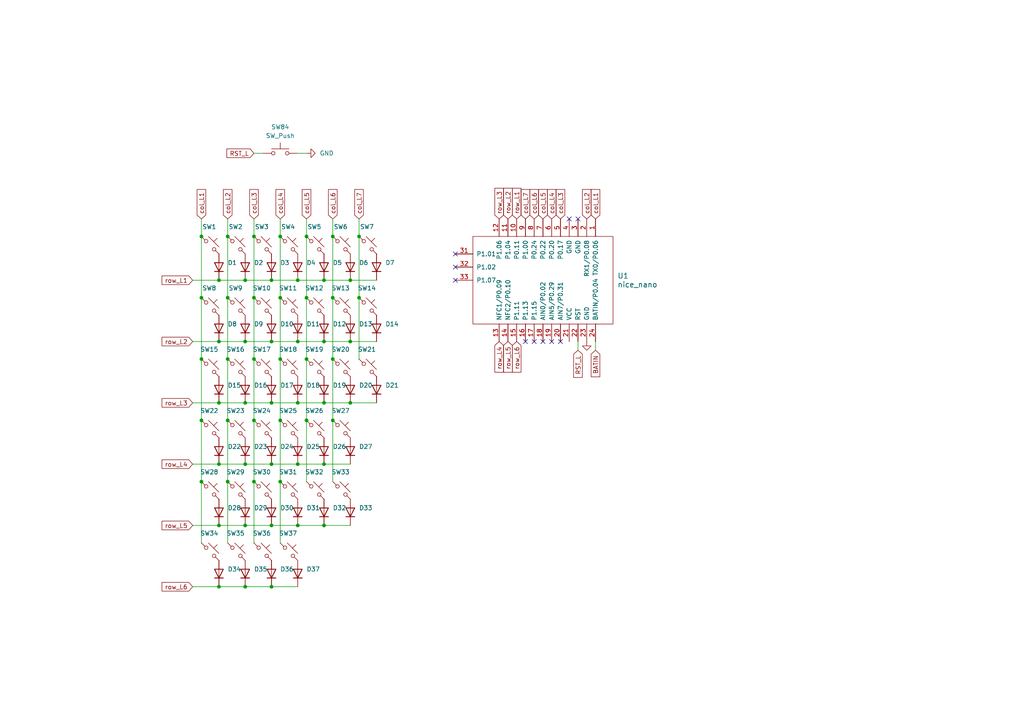
<source format=kicad_sch>
(kicad_sch (version 20250114) (generator "eeschema") (generator_version "9.0")
  (paper "A4")
  (lib_symbols
    (symbol "Diode:1N4148" (pin_numbers (hide yes)) (pin_names (hide yes))
      (property "Reference" "D" (at 0 2.54 0))
      (property "Value" "1N4148" (at 0 -2.54 0))
      (symbol "1N4148_0_1"
        (polyline (pts (xy -1.27 1.27) (xy -1.27 -1.27)) (stroke (width 0.254)))
        (polyline (pts (xy 1.27 1.27) (xy 1.27 -1.27) (xy -1.27 0) (xy 1.27 1.27)) (stroke (width 0.254)))
        (polyline (pts (xy 1.27 0) (xy -1.27 0)))
      )
      (symbol "1N4148_1_1"
        (pin passive line (at -3.81 0 0) (length 2.54) (name "K") (number "1"))
        (pin passive line (at 3.81 0 180) (length 2.54) (name "A") (number "2"))
      )
    )
    (symbol "Switch:SW_Push" (pin_numbers (hide yes)) (pin_names (offset 1.016) (hide yes))
      (property "Reference" "SW" (at 1.27 2.54 0))
      (property "Value" "SW_Push" (at 0 -1.524 0))
      (symbol "SW_Push_0_1"
        (circle (center -2.032 0) (radius 0.508))
        (polyline (pts (xy 0 1.27) (xy 0 3.048)))
        (circle (center 2.032 0) (radius 0.508))
        (polyline (pts (xy 2.54 1.27) (xy -2.54 1.27)))
        (pin passive line (at -5.08 0 0) (length 2.54) (name "1") (number "1"))
        (pin passive line (at 5.08 0 180) (length 2.54) (name "2") (number "2"))
      )
    )
    (symbol "Switch:SW_Push_45deg" (pin_numbers (hide yes)) (pin_names (offset 1.016) (hide yes))
      (property "Reference" "SW" (at 3.048 1.016 0))
      (property "Value" "SW_Push_45deg" (at 0 -3.81 0))
      (symbol "SW_Push_45deg_0_1"
        (polyline (pts (xy -2.54 2.54) (xy -1.524 1.524) (xy -1.524 1.524)))
        (circle (center -1.1684 1.1684) (radius 0.508))
        (polyline (pts (xy -0.508 2.54) (xy 2.54 -0.508)))
        (polyline (pts (xy 1.016 1.016) (xy 2.032 2.032)))
        (circle (center 1.143 -1.1938) (radius 0.508))
        (polyline (pts (xy 1.524 -1.524) (xy 2.54 -2.54) (xy 2.54 -2.54) (xy 2.54 -2.54)))
        (pin passive line (at -2.54 2.54 0) (length 0) (name "1") (number "1"))
        (pin passive line (at 2.54 -2.54 180) (length 0) (name "2") (number "2"))
      )
    )
    (symbol "nicenano:nice_nano" (pin_names (offset 1.016))
      (property "Reference" "U" (at 0 0 0))
      (property "Value" "nice_nano" (at 0 2.54 0))
      (symbol "nice_nano_0_1"
        (rectangle (start -12.7 -21.59) (end 12.7 19.05))
      )
      (symbol "nice_nano_1_1"
        (pin input line (at -17.78 13.97 0) (length 5.08) (name "TX0/P0.06") (number "1"))
        (pin input line (at -17.78 11.43 0) (length 5.08) (name "RX1/P0.08") (number "2"))
        (pin input line (at -17.78 8.89 0) (length 5.08) (name "GND") (number "3"))
        (pin input line (at -17.78 6.35 0) (length 5.08) (name "GND") (number "4"))
        (pin input line (at -17.78 3.81 0) (length 5.08) (name "P0.17") (number "5"))
        (pin input line (at -17.78 1.27 0) (length 5.08) (name "P0.20") (number "6"))
        (pin input line (at -17.78 -1.27 0) (length 5.08) (name "P0.22") (number "7"))
        (pin input line (at -17.78 -3.81 0) (length 5.08) (name "P0.24") (number "8"))
        (pin input line (at -17.78 -6.35 0) (length 5.08) (name "P1.00") (number "9"))
        (pin input line (at -17.78 -8.89 0) (length 5.08) (name "P0.11") (number "10"))
        (pin input line (at -17.78 -11.43 0) (length 5.08) (name "P1.04") (number "11"))
        (pin input line (at -17.78 -13.97 0) (length 5.08) (name "P1.06") (number "12"))
        (pin input line (at -7.62 -26.67 90) (length 5.08) (name "P1.01") (number "31"))
        (pin input line (at -3.81 -26.67 90) (length 5.08) (name "P1.02") (number "32"))
        (pin input line (at 0 -26.67 90) (length 5.08) (name "P1.07") (number "33"))
        (pin input line (at 17.78 13.97 180) (length 5.08) (name "BATIN/P0.04") (number "24"))
        (pin input line (at 17.78 11.43 180) (length 5.08) (name "GND") (number "23"))
        (pin input line (at 17.78 8.89 180) (length 5.08) (name "RST") (number "22"))
        (pin input line (at 17.78 6.35 180) (length 5.08) (name "VCC") (number "21"))
        (pin input line (at 17.78 3.81 180) (length 5.08) (name "AIN7/P0.31") (number "20"))
        (pin input line (at 17.78 1.27 180) (length 5.08) (name "AIN5/P0.29") (number "19"))
        (pin input line (at 17.78 -1.27 180) (length 5.08) (name "AIN0/P0.02") (number "18"))
        (pin input line (at 17.78 -3.81 180) (length 5.08) (name "P1.15") (number "17"))
        (pin input line (at 17.78 -6.35 180) (length 5.08) (name "P1.13") (number "16"))
        (pin input line (at 17.78 -8.89 180) (length 5.08) (name "P1.11") (number "15"))
        (pin input line (at 17.78 -11.43 180) (length 5.08) (name "NFC2/P0.10") (number "14"))
        (pin input line (at 17.78 -13.97 180) (length 5.08) (name "NFC1/P0.09") (number "13"))
      )
    )
    (symbol "power:GND" (power) (pin_numbers (hide yes)) (pin_names (offset 0) (hide yes))
      (property "Value" "GND" (at 0 -3.81 0))
      (symbol "GND_0_1"
        (polyline (pts (xy 0 0) (xy 0 -1.27) (xy 1.27 -1.27) (xy 0 -2.54) (xy -1.27 -1.27) (xy 0 -1.27)))
      )
      (symbol "GND_1_1"
        (pin power_in line (at 0 0 270) (length 0) (name "~") (number "1"))
      )
    )
  )
  (junction (at 78.74 116.84))
  (junction (at 81.28 139.7))
  (junction (at 73.66 68.58))
  (junction (at 71.12 152.4))
  (junction (at 73.66 121.92))
  (junction (at 104.14 86.36))
  (junction (at 101.6 99.06))
  (junction (at 63.5 99.06))
  (junction (at 96.52 104.14))
  (junction (at 58.42 86.36))
  (junction (at 73.66 139.7))
  (junction (at 86.36 99.06))
  (junction (at 78.74 99.06))
  (junction (at 73.66 86.36))
  (junction (at 81.28 104.14))
  (junction (at 88.9 86.36))
  (junction (at 86.36 134.62))
  (junction (at 96.52 121.92))
  (junction (at 58.42 104.14))
  (junction (at 58.42 121.92))
  (junction (at 66.04 104.14))
  (junction (at 58.42 139.7))
  (junction (at 58.42 68.58))
  (junction (at 86.36 116.84))
  (junction (at 63.5 152.4))
  (junction (at 66.04 121.92))
  (junction (at 86.36 81.28))
  (junction (at 101.6 116.84))
  (junction (at 81.28 86.36))
  (junction (at 93.98 134.62))
  (junction (at 66.04 139.7))
  (junction (at 104.14 68.58))
  (junction (at 96.52 86.36))
  (junction (at 88.9 68.58))
  (junction (at 71.12 99.06))
  (junction (at 93.98 152.4))
  (junction (at 88.9 104.14))
  (junction (at 63.5 134.62))
  (junction (at 78.74 170.18))
  (junction (at 93.98 116.84))
  (junction (at 81.28 68.58))
  (junction (at 63.5 170.18))
  (junction (at 63.5 81.28))
  (junction (at 81.28 121.92))
  (junction (at 93.98 81.28))
  (junction (at 88.9 121.92))
  (junction (at 71.12 134.62))
  (junction (at 66.04 68.58))
  (junction (at 66.04 86.36))
  (junction (at 71.12 116.84))
  (junction (at 71.12 81.28))
  (junction (at 101.6 81.28))
  (junction (at 86.36 152.4))
  (junction (at 71.12 170.18))
  (junction (at 93.98 99.06))
  (junction (at 73.66 104.14))
  (junction (at 96.52 68.58))
  (junction (at 78.74 134.62))
  (junction (at 78.74 81.28))
  (junction (at 78.74 152.4))
  (junction (at 63.5 116.84))
  (no_connect (at 154.94 99.06))
  (no_connect (at 132.08 81.28))
  (no_connect (at 132.08 77.47))
  (no_connect (at 132.08 73.66))
  (no_connect (at 167.64 63.5))
  (no_connect (at 162.56 99.06))
  (no_connect (at 152.4 99.06))
  (no_connect (at 165.1 63.5))
  (no_connect (at 157.48 99.06))
  (no_connect (at 160.02 99.06))
  (wire (pts (xy 93.98 116.84) (xy 101.6 116.84)))
  (wire (pts (xy 78.74 152.4) (xy 86.36 152.4)))
  (wire (pts (xy 58.42 68.58) (xy 58.42 86.36)))
  (wire (pts (xy 86.36 81.28) (xy 93.98 81.28)))
  (wire (pts (xy 101.6 81.28) (xy 109.22 81.28)))
  (wire (pts (xy 66.04 104.14) (xy 66.04 121.92)))
  (wire (pts (xy 58.42 121.92) (xy 58.42 139.7)))
  (wire (pts (xy 55.88 170.18) (xy 63.5 170.18)))
  (wire (pts (xy 86.36 44.45) (xy 88.9 44.45)))
  (wire (pts (xy 81.28 86.36) (xy 81.28 104.14)))
  (wire (pts (xy 93.98 152.4) (xy 101.6 152.4)))
  (wire (pts (xy 78.74 81.28) (xy 86.36 81.28)))
  (wire (pts (xy 81.28 139.7) (xy 81.28 157.48)))
  (wire (pts (xy 73.66 121.92) (xy 73.66 139.7)))
  (wire (pts (xy 71.12 81.28) (xy 78.74 81.28)))
  (wire (pts (xy 101.6 99.06) (xy 109.22 99.06)))
  (wire (pts (xy 73.66 63.5) (xy 73.66 68.58)))
  (wire (pts (xy 96.52 63.5) (xy 96.52 68.58)))
  (wire (pts (xy 78.74 170.18) (xy 86.36 170.18)))
  (wire (pts (xy 101.6 116.84) (xy 109.22 116.84)))
  (wire (pts (xy 88.9 86.36) (xy 88.9 104.14)))
  (wire (pts (xy 66.04 139.7) (xy 66.04 157.48)))
  (wire (pts (xy 96.52 68.58) (xy 96.52 86.36)))
  (wire (pts (xy 55.88 152.4) (xy 63.5 152.4)))
  (wire (pts (xy 73.66 44.45) (xy 76.2 44.45)))
  (wire (pts (xy 66.04 68.58) (xy 66.04 86.36)))
  (wire (pts (xy 66.04 63.5) (xy 66.04 68.58)))
  (wire (pts (xy 96.52 104.14) (xy 96.52 121.92)))
  (wire (pts (xy 93.98 81.28) (xy 101.6 81.28)))
  (wire (pts (xy 63.5 99.06) (xy 71.12 99.06)))
  (wire (pts (xy 88.9 68.58) (xy 88.9 86.36)))
  (wire (pts (xy 104.14 86.36) (xy 104.14 104.14)))
  (wire (pts (xy 86.36 152.4) (xy 93.98 152.4)))
  (wire (pts (xy 55.88 116.84) (xy 63.5 116.84)))
  (wire (pts (xy 71.12 116.84) (xy 78.74 116.84)))
  (wire (pts (xy 88.9 121.92) (xy 88.9 139.7)))
  (wire (pts (xy 66.04 121.92) (xy 66.04 139.7)))
  (wire (pts (xy 81.28 63.5) (xy 81.28 68.58)))
  (wire (pts (xy 66.04 86.36) (xy 66.04 104.14)))
  (wire (pts (xy 104.14 68.58) (xy 104.14 86.36)))
  (wire (pts (xy 96.52 121.92) (xy 96.52 139.7)))
  (wire (pts (xy 88.9 104.14) (xy 88.9 121.92)))
  (wire (pts (xy 81.28 68.58) (xy 81.28 86.36)))
  (wire (pts (xy 93.98 134.62) (xy 101.6 134.62)))
  (wire (pts (xy 73.66 104.14) (xy 73.66 121.92)))
  (wire (pts (xy 58.42 139.7) (xy 58.42 157.48)))
  (wire (pts (xy 78.74 99.06) (xy 86.36 99.06)))
  (wire (pts (xy 63.5 134.62) (xy 71.12 134.62)))
  (wire (pts (xy 63.5 116.84) (xy 71.12 116.84)))
  (wire (pts (xy 73.66 68.58) (xy 73.66 86.36)))
  (wire (pts (xy 73.66 86.36) (xy 73.66 104.14)))
  (wire (pts (xy 96.52 86.36) (xy 96.52 104.14)))
  (wire (pts (xy 71.12 170.18) (xy 78.74 170.18)))
  (wire (pts (xy 93.98 99.06) (xy 101.6 99.06)))
  (wire (pts (xy 63.5 152.4) (xy 71.12 152.4)))
  (wire (pts (xy 78.74 134.62) (xy 86.36 134.62)))
  (wire (pts (xy 58.42 63.5) (xy 58.42 68.58)))
  (wire (pts (xy 86.36 134.62) (xy 93.98 134.62)))
  (wire (pts (xy 71.12 152.4) (xy 78.74 152.4)))
  (wire (pts (xy 55.88 134.62) (xy 63.5 134.62)))
  (wire (pts (xy 104.14 63.5) (xy 104.14 68.58)))
  (wire (pts (xy 71.12 134.62) (xy 78.74 134.62)))
  (wire (pts (xy 63.5 170.18) (xy 71.12 170.18)))
  (wire (pts (xy 172.72 101.6) (xy 172.72 99.06)))
  (wire (pts (xy 86.36 116.84) (xy 93.98 116.84)))
  (wire (pts (xy 58.42 104.14) (xy 58.42 121.92)))
  (wire (pts (xy 81.28 121.92) (xy 81.28 139.7)))
  (wire (pts (xy 73.66 139.7) (xy 73.66 157.48)))
  (wire (pts (xy 88.9 63.5) (xy 88.9 68.58)))
  (wire (pts (xy 86.36 99.06) (xy 93.98 99.06)))
  (wire (pts (xy 55.88 81.28) (xy 63.5 81.28)))
  (wire (pts (xy 78.74 116.84) (xy 86.36 116.84)))
  (wire (pts (xy 81.28 104.14) (xy 81.28 121.92)))
  (wire (pts (xy 58.42 86.36) (xy 58.42 104.14)))
  (wire (pts (xy 71.12 99.06) (xy 78.74 99.06)))
  (wire (pts (xy 55.88 99.06) (xy 63.5 99.06)))
  (wire (pts (xy 63.5 81.28) (xy 71.12 81.28)))
  (wire (pts (xy 167.64 99.06) (xy 167.64 101.6)))
  (global_label "col_L7" (shape input) (at 152.4 63.5 90) (property "Intersheetrefs" "${INTERSHEET_REFS}" (effects (hide yes))))
  (global_label "col_L5" (shape input) (at 88.9 63.5 90) (property "Intersheetrefs" "${INTERSHEET_REFS}" (effects (hide yes))))
  (global_label "col_L1" (shape input) (at 172.72 63.5 90) (property "Intersheetrefs" "${INTERSHEET_REFS}" (effects (hide yes))))
  (global_label "RST_L" (shape input) (at 73.66 44.45 180) (property "Intersheetrefs" "${INTERSHEET_REFS}" (effects (hide yes))))
  (global_label "row_L2" (shape input) (at 55.88 99.06 180) (property "Intersheetrefs" "${INTERSHEET_REFS}" (effects (hide yes))))
  (global_label "row_L3" (shape input) (at 55.88 116.84 180) (property "Intersheetrefs" "${INTERSHEET_REFS}" (effects (hide yes))))
  (global_label "col_L2" (shape input) (at 66.04 63.5 90) (property "Intersheetrefs" "${INTERSHEET_REFS}" (effects (hide yes))))
  (global_label "row_L5" (shape input) (at 55.88 152.4 180) (property "Intersheetrefs" "${INTERSHEET_REFS}" (effects (hide yes))))
  (global_label "col_L7" (shape input) (at 104.14 63.5 90) (property "Intersheetrefs" "${INTERSHEET_REFS}" (effects (hide yes))))
  (global_label "row_L6" (shape input) (at 55.88 170.18 180) (property "Intersheetrefs" "${INTERSHEET_REFS}" (effects (hide yes))))
  (global_label "col_L3" (shape input) (at 162.56 63.5 90) (property "Intersheetrefs" "${INTERSHEET_REFS}" (effects (hide yes))))
  (global_label "col_L6" (shape input) (at 154.94 63.5 90) (property "Intersheetrefs" "${INTERSHEET_REFS}" (effects (hide yes))))
  (global_label "row_L2" (shape input) (at 147.32 63.5 90) (property "Intersheetrefs" "${INTERSHEET_REFS}" (effects (hide yes))))
  (global_label "row_L1" (shape input) (at 55.88 81.28 180) (property "Intersheetrefs" "${INTERSHEET_REFS}" (effects (hide yes))))
  (global_label "row_L4" (shape input) (at 55.88 134.62 180) (property "Intersheetrefs" "${INTERSHEET_REFS}" (effects (hide yes))))
  (global_label "row_L5" (shape input) (at 147.32 99.06 270) (property "Intersheetrefs" "${INTERSHEET_REFS}" (effects (hide yes))))
  (global_label "col_L4" (shape input) (at 160.02 63.5 90) (property "Intersheetrefs" "${INTERSHEET_REFS}" (effects (hide yes))))
  (global_label "RST_L" (shape input) (at 167.64 101.6 270) (property "Intersheetrefs" "${INTERSHEET_REFS}" (effects (hide yes))))
  (global_label "row_L4" (shape input) (at 144.78 99.06 270) (property "Intersheetrefs" "${INTERSHEET_REFS}" (effects (hide yes))))
  (global_label "row_L1" (shape input) (at 149.86 63.5 90) (property "Intersheetrefs" "${INTERSHEET_REFS}" (effects (hide yes))))
  (global_label "col_L3" (shape input) (at 73.66 63.5 90) (property "Intersheetrefs" "${INTERSHEET_REFS}" (effects (hide yes))))
  (global_label "col_L2" (shape input) (at 170.18 63.5 90) (property "Intersheetrefs" "${INTERSHEET_REFS}" (effects (hide yes))))
  (global_label "row_L6" (shape input) (at 149.86 99.06 270) (property "Intersheetrefs" "${INTERSHEET_REFS}" (effects (hide yes))))
  (global_label "row_L3" (shape input) (at 144.78 63.5 90) (property "Intersheetrefs" "${INTERSHEET_REFS}" (effects (hide yes))))
  (global_label "col_L4" (shape input) (at 81.28 63.5 90) (property "Intersheetrefs" "${INTERSHEET_REFS}" (effects (hide yes))))
  (global_label "col_L6" (shape input) (at 96.52 63.5 90) (property "Intersheetrefs" "${INTERSHEET_REFS}" (effects (hide yes))))
  (global_label "col_L5" (shape input) (at 157.48 63.5 90) (property "Intersheetrefs" "${INTERSHEET_REFS}" (effects (hide yes))))
  (global_label "BATIN" (shape input) (at 172.72 101.6 270) (property "Intersheetrefs" "${INTERSHEET_REFS}" (effects (hide yes))))
  (global_label "col_L1" (shape input) (at 58.42 63.5 90) (property "Intersheetrefs" "${INTERSHEET_REFS}" (effects (hide yes))))
  (symbol (lib_id "Switch:SW_Push_45deg") (at 99.06 88.9 0) (unit 1)
    (property "Reference" "SW13" (at 98.806 83.566 0))
    (property "Value" "SW_Push_45deg" (effects (hide yes)))
    (property "Description" "Push button switch, normally open, two pins, 45° tilted" (effects (hide yes)))
  )
  (symbol (lib_id "Diode:1N4148") (at 86.36 113.03 90) (unit 1)
    (property "Reference" "D18" (at 88.9 111.7599 90) (effects (justify right)))
    (property "Value" "1N4148" (effects (hide yes)))
    (property "Footprint" "Diode_THT:D_DO-35_SOD27_P7.62mm_Horizontal" (effects (hide yes)))
    (property "Datasheet" "https://assets.nexperia.com/documents/data-sheet/1N4148_1N4448.pdf" (effects (hide yes)))
    (property "Description" "100V 0.15A standard switching diode, DO-35" (effects (hide yes)))
    (property "Sim.Device" "D" (effects (hide yes)))
    (property "Sim.Pins" "1=K 2=A" (effects (hide yes)))
  )
  (symbol (lib_id "Diode:1N4148") (at 63.5 148.59 90) (unit 1)
    (property "Reference" "D28" (at 66.04 147.3199 90) (effects (justify right)))
    (property "Value" "1N4148" (effects (hide yes)))
    (property "Footprint" "Diode_THT:D_DO-35_SOD27_P7.62mm_Horizontal" (effects (hide yes)))
    (property "Datasheet" "https://assets.nexperia.com/documents/data-sheet/1N4148_1N4448.pdf" (effects (hide yes)))
    (property "Description" "100V 0.15A standard switching diode, DO-35" (effects (hide yes)))
    (property "Sim.Device" "D" (effects (hide yes)))
    (property "Sim.Pins" "1=K 2=A" (effects (hide yes)))
  )
  (symbol (lib_id "Diode:1N4148") (at 101.6 77.47 90) (unit 1)
    (property "Reference" "D6" (at 104.14 76.1999 90) (effects (justify right)))
    (property "Value" "1N4148" (effects (hide yes)))
    (property "Footprint" "Diode_THT:D_DO-35_SOD27_P7.62mm_Horizontal" (effects (hide yes)))
    (property "Datasheet" "https://assets.nexperia.com/documents/data-sheet/1N4148_1N4448.pdf" (effects (hide yes)))
    (property "Description" "100V 0.15A standard switching diode, DO-35" (effects (hide yes)))
    (property "Sim.Device" "D" (effects (hide yes)))
    (property "Sim.Pins" "1=K 2=A" (effects (hide yes)))
  )
  (symbol (lib_id "Diode:1N4148") (at 93.98 113.03 90) (unit 1)
    (property "Reference" "D19" (at 96.52 111.7599 90) (effects (justify right)))
    (property "Value" "1N4148" (effects (hide yes)))
    (property "Footprint" "Diode_THT:D_DO-35_SOD27_P7.62mm_Horizontal" (effects (hide yes)))
    (property "Datasheet" "https://assets.nexperia.com/documents/data-sheet/1N4148_1N4448.pdf" (effects (hide yes)))
    (property "Description" "100V 0.15A standard switching diode, DO-35" (effects (hide yes)))
    (property "Sim.Device" "D" (effects (hide yes)))
    (property "Sim.Pins" "1=K 2=A" (effects (hide yes)))
  )
  (symbol (lib_id "Switch:SW_Push") (at 81.28 44.45 0) (unit 1)
    (property "Reference" "SW84" (at 81.28 36.83 0))
    (property "Value" "SW_Push" (at 81.28 39.37 0))
    (property "Description" "Push button switch, generic, two pins" (effects (hide yes)))
  )
  (symbol (lib_id "Switch:SW_Push_45deg") (at 76.2 88.9 0) (unit 1)
    (property "Reference" "SW10" (at 75.946 83.566 0))
    (property "Value" "SW_Push_45deg" (effects (hide yes)))
    (property "Description" "Push button switch, normally open, two pins, 45° tilted" (effects (hide yes)))
  )
  (symbol (lib_id "Switch:SW_Push_45deg") (at 83.82 71.12 0) (unit 1)
    (property "Reference" "SW4" (at 83.566 65.786 0))
    (property "Value" "SW_Push_45deg" (effects (hide yes)))
    (property "Description" "Push button switch, normally open, two pins, 45° tilted" (effects (hide yes)))
  )
  (symbol (lib_id "Switch:SW_Push_45deg") (at 91.44 124.46 0) (unit 1)
    (property "Reference" "SW26" (at 91.186 119.126 0))
    (property "Value" "SW_Push_45deg" (effects (hide yes)))
    (property "Description" "Push button switch, normally open, two pins, 45° tilted" (effects (hide yes)))
  )
  (symbol (lib_id "Diode:1N4148") (at 63.5 113.03 90) (unit 1)
    (property "Reference" "D15" (at 66.04 111.7599 90) (effects (justify right)))
    (property "Value" "1N4148" (effects (hide yes)))
    (property "Footprint" "Diode_THT:D_DO-35_SOD27_P7.62mm_Horizontal" (effects (hide yes)))
    (property "Datasheet" "https://assets.nexperia.com/documents/data-sheet/1N4148_1N4448.pdf" (effects (hide yes)))
    (property "Description" "100V 0.15A standard switching diode, DO-35" (effects (hide yes)))
    (property "Sim.Device" "D" (effects (hide yes)))
    (property "Sim.Pins" "1=K 2=A" (effects (hide yes)))
  )
  (symbol (lib_id "Diode:1N4148") (at 71.12 166.37 90) (unit 1)
    (property "Reference" "D35" (at 73.66 165.0999 90) (effects (justify right)))
    (property "Value" "1N4148" (effects (hide yes)))
    (property "Footprint" "Diode_THT:D_DO-35_SOD27_P7.62mm_Horizontal" (effects (hide yes)))
    (property "Datasheet" "https://assets.nexperia.com/documents/data-sheet/1N4148_1N4448.pdf" (effects (hide yes)))
    (property "Description" "100V 0.15A standard switching diode, DO-35" (effects (hide yes)))
    (property "Sim.Device" "D" (effects (hide yes)))
    (property "Sim.Pins" "1=K 2=A" (effects (hide yes)))
  )
  (symbol (lib_id "Switch:SW_Push_45deg") (at 76.2 124.46 0) (unit 1)
    (property "Reference" "SW24" (at 75.946 119.126 0))
    (property "Value" "SW_Push_45deg" (effects (hide yes)))
    (property "Description" "Push button switch, normally open, two pins, 45° tilted" (effects (hide yes)))
  )
  (symbol (lib_id "nicenano:nice_nano") (at 158.75 81.28 270) (unit 1)
    (property "Reference" "U1" (at 179.07 80.0099 90) (effects (font (size 1.524 1.524)) (justify left)))
    (property "Value" "nice_nano" (at 179.07 82.5499 90) (effects (font (size 1.524 1.524)) (justify left)))
  )
  (symbol (lib_id "Switch:SW_Push_45deg") (at 68.58 88.9 0) (unit 1)
    (property "Reference" "SW9" (at 68.326 83.566 0))
    (property "Value" "SW_Push_45deg" (effects (hide yes)))
    (property "Description" "Push button switch, normally open, two pins, 45° tilted" (effects (hide yes)))
  )
  (symbol (lib_id "Switch:SW_Push_45deg") (at 60.96 160.02 0) (unit 1)
    (property "Reference" "SW34" (at 60.706 154.686 0))
    (property "Value" "SW_Push_45deg" (effects (hide yes)))
    (property "Description" "Push button switch, normally open, two pins, 45° tilted" (effects (hide yes)))
  )
  (symbol (lib_id "Switch:SW_Push_45deg") (at 68.58 71.12 0) (unit 1)
    (property "Reference" "SW2" (at 68.326 65.786 0))
    (property "Value" "SW_Push_45deg" (effects (hide yes)))
    (property "Description" "Push button switch, normally open, two pins, 45° tilted" (effects (hide yes)))
  )
  (symbol (lib_id "Diode:1N4148") (at 63.5 95.25 90) (unit 1)
    (property "Reference" "D8" (at 66.04 93.9799 90) (effects (justify right)))
    (property "Value" "1N4148" (effects (hide yes)))
    (property "Footprint" "Diode_THT:D_DO-35_SOD27_P7.62mm_Horizontal" (effects (hide yes)))
    (property "Datasheet" "https://assets.nexperia.com/documents/data-sheet/1N4148_1N4448.pdf" (effects (hide yes)))
    (property "Description" "100V 0.15A standard switching diode, DO-35" (effects (hide yes)))
    (property "Sim.Device" "D" (effects (hide yes)))
    (property "Sim.Pins" "1=K 2=A" (effects (hide yes)))
  )
  (symbol (lib_id "Switch:SW_Push_45deg") (at 99.06 142.24 0) (unit 1)
    (property "Reference" "SW33" (at 98.806 136.906 0))
    (property "Value" "SW_Push_45deg" (effects (hide yes)))
    (property "Description" "Push button switch, normally open, two pins, 45° tilted" (effects (hide yes)))
  )
  (symbol (lib_id "Diode:1N4148") (at 71.12 95.25 90) (unit 1)
    (property "Reference" "D9" (at 73.66 93.9799 90) (effects (justify right)))
    (property "Value" "1N4148" (effects (hide yes)))
    (property "Footprint" "Diode_THT:D_DO-35_SOD27_P7.62mm_Horizontal" (effects (hide yes)))
    (property "Datasheet" "https://assets.nexperia.com/documents/data-sheet/1N4148_1N4448.pdf" (effects (hide yes)))
    (property "Description" "100V 0.15A standard switching diode, DO-35" (effects (hide yes)))
    (property "Sim.Device" "D" (effects (hide yes)))
    (property "Sim.Pins" "1=K 2=A" (effects (hide yes)))
  )
  (symbol (lib_id "Diode:1N4148") (at 78.74 95.25 90) (unit 1)
    (property "Reference" "D10" (at 81.28 93.9799 90) (effects (justify right)))
    (property "Value" "1N4148" (effects (hide yes)))
    (property "Footprint" "Diode_THT:D_DO-35_SOD27_P7.62mm_Horizontal" (effects (hide yes)))
    (property "Datasheet" "https://assets.nexperia.com/documents/data-sheet/1N4148_1N4448.pdf" (effects (hide yes)))
    (property "Description" "100V 0.15A standard switching diode, DO-35" (effects (hide yes)))
    (property "Sim.Device" "D" (effects (hide yes)))
    (property "Sim.Pins" "1=K 2=A" (effects (hide yes)))
  )
  (symbol (lib_id "power:GND") (at 170.18 99.06 0) (unit 1)
    (property "Reference" "#PWR01" (effects (hide yes)))
    (property "Value" "GND_MCU1" (effects (hide yes)))
    (property "Description" "Power symbol creates a global label with name \"GND\" , ground" (effects (hide yes)))
  )
  (symbol (lib_id "Diode:1N4148") (at 71.12 77.47 90) (unit 1)
    (property "Reference" "D2" (at 73.66 76.1999 90) (effects (justify right)))
    (property "Value" "1N4148" (effects (hide yes)))
    (property "Footprint" "Diode_THT:D_DO-35_SOD27_P7.62mm_Horizontal" (effects (hide yes)))
    (property "Datasheet" "https://assets.nexperia.com/documents/data-sheet/1N4148_1N4448.pdf" (effects (hide yes)))
    (property "Description" "100V 0.15A standard switching diode, DO-35" (effects (hide yes)))
    (property "Sim.Device" "D" (effects (hide yes)))
    (property "Sim.Pins" "1=K 2=A" (effects (hide yes)))
  )
  (symbol (lib_id "Diode:1N4148") (at 78.74 148.59 90) (unit 1)
    (property "Reference" "D30" (at 81.28 147.3199 90) (effects (justify right)))
    (property "Value" "1N4148" (effects (hide yes)))
    (property "Footprint" "Diode_THT:D_DO-35_SOD27_P7.62mm_Horizontal" (effects (hide yes)))
    (property "Datasheet" "https://assets.nexperia.com/documents/data-sheet/1N4148_1N4448.pdf" (effects (hide yes)))
    (property "Description" "100V 0.15A standard switching diode, DO-35" (effects (hide yes)))
    (property "Sim.Device" "D" (effects (hide yes)))
    (property "Sim.Pins" "1=K 2=A" (effects (hide yes)))
  )
  (symbol (lib_id "Diode:1N4148") (at 86.36 130.81 90) (unit 1)
    (property "Reference" "D25" (at 88.9 129.5399 90) (effects (justify right)))
    (property "Value" "1N4148" (effects (hide yes)))
    (property "Footprint" "Diode_THT:D_DO-35_SOD27_P7.62mm_Horizontal" (effects (hide yes)))
    (property "Datasheet" "https://assets.nexperia.com/documents/data-sheet/1N4148_1N4448.pdf" (effects (hide yes)))
    (property "Description" "100V 0.15A standard switching diode, DO-35" (effects (hide yes)))
    (property "Sim.Device" "D" (effects (hide yes)))
    (property "Sim.Pins" "1=K 2=A" (effects (hide yes)))
  )
  (symbol (lib_id "Switch:SW_Push_45deg") (at 60.96 88.9 0) (unit 1)
    (property "Reference" "SW8" (at 60.706 83.566 0))
    (property "Value" "SW_Push_45deg" (effects (hide yes)))
    (property "Description" "Push button switch, normally open, two pins, 45° tilted" (effects (hide yes)))
  )
  (symbol (lib_id "Switch:SW_Push_45deg") (at 106.68 88.9 0) (unit 1)
    (property "Reference" "SW14" (at 106.426 83.566 0))
    (property "Value" "SW_Push_45deg" (effects (hide yes)))
    (property "Description" "Push button switch, normally open, two pins, 45° tilted" (effects (hide yes)))
  )
  (symbol (lib_id "power:GND") (at 88.9 44.45 90) (unit 1)
    (property "Reference" "#PWR03" (effects (hide yes)))
    (property "Value" "GND" (at 92.71 44.4499 90) (effects (justify right)))
    (property "Description" "Power symbol creates a global label with name \"GND\" , ground" (effects (hide yes)))
  )
  (symbol (lib_id "Diode:1N4148") (at 109.22 95.25 90) (unit 1)
    (property "Reference" "D14" (at 111.76 93.9799 90) (effects (justify right)))
    (property "Value" "1N4148" (effects (hide yes)))
    (property "Footprint" "Diode_THT:D_DO-35_SOD27_P7.62mm_Horizontal" (effects (hide yes)))
    (property "Datasheet" "https://assets.nexperia.com/documents/data-sheet/1N4148_1N4448.pdf" (effects (hide yes)))
    (property "Description" "100V 0.15A standard switching diode, DO-35" (effects (hide yes)))
    (property "Sim.Device" "D" (effects (hide yes)))
    (property "Sim.Pins" "1=K 2=A" (effects (hide yes)))
  )
  (symbol (lib_id "Switch:SW_Push_45deg") (at 60.96 71.12 0) (unit 1)
    (property "Reference" "SW1" (at 60.706 65.786 0))
    (property "Value" "SW_Push_45deg" (effects (hide yes)))
    (property "Description" "Push button switch, normally open, two pins, 45° tilted" (effects (hide yes)))
  )
  (symbol (lib_id "Switch:SW_Push_45deg") (at 91.44 106.68 0) (unit 1)
    (property "Reference" "SW19" (at 91.186 101.346 0))
    (property "Value" "SW_Push_45deg" (effects (hide yes)))
    (property "Description" "Push button switch, normally open, two pins, 45° tilted" (effects (hide yes)))
  )
  (symbol (lib_id "Switch:SW_Push_45deg") (at 76.2 106.68 0) (unit 1)
    (property "Reference" "SW17" (at 75.946 101.346 0))
    (property "Value" "SW_Push_45deg" (effects (hide yes)))
    (property "Description" "Push button switch, normally open, two pins, 45° tilted" (effects (hide yes)))
  )
  (symbol (lib_id "Switch:SW_Push_45deg") (at 76.2 142.24 0) (unit 1)
    (property "Reference" "SW30" (at 75.946 136.906 0))
    (property "Value" "SW_Push_45deg" (effects (hide yes)))
    (property "Description" "Push button switch, normally open, two pins, 45° tilted" (effects (hide yes)))
  )
  (symbol (lib_id "Diode:1N4148") (at 86.36 77.47 90) (unit 1)
    (property "Reference" "D4" (at 88.9 76.1999 90) (effects (justify right)))
    (property "Value" "1N4148" (effects (hide yes)))
    (property "Footprint" "Diode_THT:D_DO-35_SOD27_P7.62mm_Horizontal" (effects (hide yes)))
    (property "Datasheet" "https://assets.nexperia.com/documents/data-sheet/1N4148_1N4448.pdf" (effects (hide yes)))
    (property "Description" "100V 0.15A standard switching diode, DO-35" (effects (hide yes)))
    (property "Sim.Device" "D" (effects (hide yes)))
    (property "Sim.Pins" "1=K 2=A" (effects (hide yes)))
  )
  (symbol (lib_id "Switch:SW_Push_45deg") (at 99.06 106.68 0) (unit 1)
    (property "Reference" "SW20" (at 98.806 101.346 0))
    (property "Value" "SW_Push_45deg" (effects (hide yes)))
    (property "Description" "Push button switch, normally open, two pins, 45° tilted" (effects (hide yes)))
  )
  (symbol (lib_id "Diode:1N4148") (at 78.74 166.37 90) (unit 1)
    (property "Reference" "D36" (at 81.28 165.0999 90) (effects (justify right)))
    (property "Value" "1N4148" (effects (hide yes)))
    (property "Footprint" "Diode_THT:D_DO-35_SOD27_P7.62mm_Horizontal" (effects (hide yes)))
    (property "Datasheet" "https://assets.nexperia.com/documents/data-sheet/1N4148_1N4448.pdf" (effects (hide yes)))
    (property "Description" "100V 0.15A standard switching diode, DO-35" (effects (hide yes)))
    (property "Sim.Device" "D" (effects (hide yes)))
    (property "Sim.Pins" "1=K 2=A" (effects (hide yes)))
  )
  (symbol (lib_id "Diode:1N4148") (at 101.6 148.59 90) (unit 1)
    (property "Reference" "D33" (at 104.14 147.3199 90) (effects (justify right)))
    (property "Value" "1N4148" (effects (hide yes)))
    (property "Footprint" "Diode_THT:D_DO-35_SOD27_P7.62mm_Horizontal" (effects (hide yes)))
    (property "Datasheet" "https://assets.nexperia.com/documents/data-sheet/1N4148_1N4448.pdf" (effects (hide yes)))
    (property "Description" "100V 0.15A standard switching diode, DO-35" (effects (hide yes)))
    (property "Sim.Device" "D" (effects (hide yes)))
    (property "Sim.Pins" "1=K 2=A" (effects (hide yes)))
  )
  (symbol (lib_id "Diode:1N4148") (at 71.12 148.59 90) (unit 1)
    (property "Reference" "D29" (at 73.66 147.3199 90) (effects (justify right)))
    (property "Value" "1N4148" (effects (hide yes)))
    (property "Footprint" "Diode_THT:D_DO-35_SOD27_P7.62mm_Horizontal" (effects (hide yes)))
    (property "Datasheet" "https://assets.nexperia.com/documents/data-sheet/1N4148_1N4448.pdf" (effects (hide yes)))
    (property "Description" "100V 0.15A standard switching diode, DO-35" (effects (hide yes)))
    (property "Sim.Device" "D" (effects (hide yes)))
    (property "Sim.Pins" "1=K 2=A" (effects (hide yes)))
  )
  (symbol (lib_id "Switch:SW_Push_45deg") (at 83.82 142.24 0) (unit 1)
    (property "Reference" "SW31" (at 83.566 136.906 0))
    (property "Value" "SW_Push_45deg" (effects (hide yes)))
    (property "Description" "Push button switch, normally open, two pins, 45° tilted" (effects (hide yes)))
  )
  (symbol (lib_id "Diode:1N4148") (at 78.74 77.47 90) (unit 1)
    (property "Reference" "D3" (at 81.28 76.1999 90) (effects (justify right)))
    (property "Value" "1N4148" (effects (hide yes)))
    (property "Footprint" "Diode_THT:D_DO-35_SOD27_P7.62mm_Horizontal" (effects (hide yes)))
    (property "Datasheet" "https://assets.nexperia.com/documents/data-sheet/1N4148_1N4448.pdf" (effects (hide yes)))
    (property "Description" "100V 0.15A standard switching diode, DO-35" (effects (hide yes)))
    (property "Sim.Device" "D" (effects (hide yes)))
    (property "Sim.Pins" "1=K 2=A" (effects (hide yes)))
  )
  (symbol (lib_id "Switch:SW_Push_45deg") (at 91.44 88.9 0) (unit 1)
    (property "Reference" "SW12" (at 91.186 83.566 0))
    (property "Value" "SW_Push_45deg" (effects (hide yes)))
    (property "Description" "Push button switch, normally open, two pins, 45° tilted" (effects (hide yes)))
  )
  (symbol (lib_id "Switch:SW_Push_45deg") (at 60.96 124.46 0) (unit 1)
    (property "Reference" "SW22" (at 60.706 119.126 0))
    (property "Value" "SW_Push_45deg" (effects (hide yes)))
    (property "Description" "Push button switch, normally open, two pins, 45° tilted" (effects (hide yes)))
  )
  (symbol (lib_id "Switch:SW_Push_45deg") (at 68.58 124.46 0) (unit 1)
    (property "Reference" "SW23" (at 68.326 119.126 0))
    (property "Value" "SW_Push_45deg" (effects (hide yes)))
    (property "Description" "Push button switch, normally open, two pins, 45° tilted" (effects (hide yes)))
  )
  (symbol (lib_id "Diode:1N4148") (at 86.36 166.37 90) (unit 1)
    (property "Reference" "D37" (at 88.9 165.0999 90) (effects (justify right)))
    (property "Value" "1N4148" (effects (hide yes)))
    (property "Footprint" "Diode_THT:D_DO-35_SOD27_P7.62mm_Horizontal" (effects (hide yes)))
    (property "Datasheet" "https://assets.nexperia.com/documents/data-sheet/1N4148_1N4448.pdf" (effects (hide yes)))
    (property "Description" "100V 0.15A standard switching diode, DO-35" (effects (hide yes)))
    (property "Sim.Device" "D" (effects (hide yes)))
    (property "Sim.Pins" "1=K 2=A" (effects (hide yes)))
  )
  (symbol (lib_id "Switch:SW_Push_45deg") (at 106.68 106.68 0) (unit 1)
    (property "Reference" "SW21" (at 106.426 101.346 0))
    (property "Value" "SW_Push_45deg" (effects (hide yes)))
    (property "Description" "Push button switch, normally open, two pins, 45° tilted" (effects (hide yes)))
  )
  (symbol (lib_id "Diode:1N4148") (at 93.98 130.81 90) (unit 1)
    (property "Reference" "D26" (at 96.52 129.5399 90) (effects (justify right)))
    (property "Value" "1N4148" (effects (hide yes)))
    (property "Footprint" "Diode_THT:D_DO-35_SOD27_P7.62mm_Horizontal" (effects (hide yes)))
    (property "Datasheet" "https://assets.nexperia.com/documents/data-sheet/1N4148_1N4448.pdf" (effects (hide yes)))
    (property "Description" "100V 0.15A standard switching diode, DO-35" (effects (hide yes)))
    (property "Sim.Device" "D" (effects (hide yes)))
    (property "Sim.Pins" "1=K 2=A" (effects (hide yes)))
  )
  (symbol (lib_id "Diode:1N4148") (at 93.98 77.47 90) (unit 1)
    (property "Reference" "D5" (at 96.52 76.1999 90) (effects (justify right)))
    (property "Value" "1N4148" (effects (hide yes)))
    (property "Footprint" "Diode_THT:D_DO-35_SOD27_P7.62mm_Horizontal" (effects (hide yes)))
    (property "Datasheet" "https://assets.nexperia.com/documents/data-sheet/1N4148_1N4448.pdf" (effects (hide yes)))
    (property "Description" "100V 0.15A standard switching diode, DO-35" (effects (hide yes)))
    (property "Sim.Device" "D" (effects (hide yes)))
    (property "Sim.Pins" "1=K 2=A" (effects (hide yes)))
  )
  (symbol (lib_id "Diode:1N4148") (at 109.22 113.03 90) (unit 1)
    (property "Reference" "D21" (at 111.76 111.7599 90) (effects (justify right)))
    (property "Value" "1N4148" (effects (hide yes)))
    (property "Footprint" "Diode_THT:D_DO-35_SOD27_P7.62mm_Horizontal" (effects (hide yes)))
    (property "Datasheet" "https://assets.nexperia.com/documents/data-sheet/1N4148_1N4448.pdf" (effects (hide yes)))
    (property "Description" "100V 0.15A standard switching diode, DO-35" (effects (hide yes)))
    (property "Sim.Device" "D" (effects (hide yes)))
    (property "Sim.Pins" "1=K 2=A" (effects (hide yes)))
  )
  (symbol (lib_id "Diode:1N4148") (at 63.5 77.47 90) (unit 1)
    (property "Reference" "D1" (at 66.04 76.1999 90) (effects (justify right)))
    (property "Value" "1N4148" (effects (hide yes)))
    (property "Footprint" "Diode_THT:D_DO-35_SOD27_P7.62mm_Horizontal" (effects (hide yes)))
    (property "Datasheet" "https://assets.nexperia.com/documents/data-sheet/1N4148_1N4448.pdf" (effects (hide yes)))
    (property "Description" "100V 0.15A standard switching diode, DO-35" (effects (hide yes)))
    (property "Sim.Device" "D" (effects (hide yes)))
    (property "Sim.Pins" "1=K 2=A" (effects (hide yes)))
  )
  (symbol (lib_id "Diode:1N4148") (at 71.12 130.81 90) (unit 1)
    (property "Reference" "D23" (at 73.66 129.5399 90) (effects (justify right)))
    (property "Value" "1N4148" (effects (hide yes)))
    (property "Footprint" "Diode_THT:D_DO-35_SOD27_P7.62mm_Horizontal" (effects (hide yes)))
    (property "Datasheet" "https://assets.nexperia.com/documents/data-sheet/1N4148_1N4448.pdf" (effects (hide yes)))
    (property "Description" "100V 0.15A standard switching diode, DO-35" (effects (hide yes)))
    (property "Sim.Device" "D" (effects (hide yes)))
    (property "Sim.Pins" "1=K 2=A" (effects (hide yes)))
  )
  (symbol (lib_id "Diode:1N4148") (at 93.98 148.59 90) (unit 1)
    (property "Reference" "D32" (at 96.52 147.3199 90) (effects (justify right)))
    (property "Value" "1N4148" (effects (hide yes)))
    (property "Footprint" "Diode_THT:D_DO-35_SOD27_P7.62mm_Horizontal" (effects (hide yes)))
    (property "Datasheet" "https://assets.nexperia.com/documents/data-sheet/1N4148_1N4448.pdf" (effects (hide yes)))
    (property "Description" "100V 0.15A standard switching diode, DO-35" (effects (hide yes)))
    (property "Sim.Device" "D" (effects (hide yes)))
    (property "Sim.Pins" "1=K 2=A" (effects (hide yes)))
  )
  (symbol (lib_id "Switch:SW_Push_45deg") (at 91.44 71.12 0) (unit 1)
    (property "Reference" "SW5" (at 91.186 65.786 0))
    (property "Value" "SW_Push_45deg" (effects (hide yes)))
    (property "Description" "Push button switch, normally open, two pins, 45° tilted" (effects (hide yes)))
  )
  (symbol (lib_id "Diode:1N4148") (at 93.98 95.25 90) (unit 1)
    (property "Reference" "D12" (at 96.52 93.9799 90) (effects (justify right)))
    (property "Value" "1N4148" (effects (hide yes)))
    (property "Footprint" "Diode_THT:D_DO-35_SOD27_P7.62mm_Horizontal" (effects (hide yes)))
    (property "Datasheet" "https://assets.nexperia.com/documents/data-sheet/1N4148_1N4448.pdf" (effects (hide yes)))
    (property "Description" "100V 0.15A standard switching diode, DO-35" (effects (hide yes)))
    (property "Sim.Device" "D" (effects (hide yes)))
    (property "Sim.Pins" "1=K 2=A" (effects (hide yes)))
  )
  (symbol (lib_id "Diode:1N4148") (at 101.6 113.03 90) (unit 1)
    (property "Reference" "D20" (at 104.14 111.7599 90) (effects (justify right)))
    (property "Value" "1N4148" (effects (hide yes)))
    (property "Footprint" "Diode_THT:D_DO-35_SOD27_P7.62mm_Horizontal" (effects (hide yes)))
    (property "Datasheet" "https://assets.nexperia.com/documents/data-sheet/1N4148_1N4448.pdf" (effects (hide yes)))
    (property "Description" "100V 0.15A standard switching diode, DO-35" (effects (hide yes)))
    (property "Sim.Device" "D" (effects (hide yes)))
    (property "Sim.Pins" "1=K 2=A" (effects (hide yes)))
  )
  (symbol (lib_id "Switch:SW_Push_45deg") (at 99.06 124.46 0) (unit 1)
    (property "Reference" "SW27" (at 98.806 119.126 0))
    (property "Value" "SW_Push_45deg" (effects (hide yes)))
    (property "Description" "Push button switch, normally open, two pins, 45° tilted" (effects (hide yes)))
  )
  (symbol (lib_id "Diode:1N4148") (at 109.22 77.47 90) (unit 1)
    (property "Reference" "D7" (at 111.76 76.1999 90) (effects (justify right)))
    (property "Value" "1N4148" (effects (hide yes)))
    (property "Footprint" "Diode_THT:D_DO-35_SOD27_P7.62mm_Horizontal" (effects (hide yes)))
    (property "Datasheet" "https://assets.nexperia.com/documents/data-sheet/1N4148_1N4448.pdf" (effects (hide yes)))
    (property "Description" "100V 0.15A standard switching diode, DO-35" (effects (hide yes)))
    (property "Sim.Device" "D" (effects (hide yes)))
    (property "Sim.Pins" "1=K 2=A" (effects (hide yes)))
  )
  (symbol (lib_id "Switch:SW_Push_45deg") (at 83.82 106.68 0) (unit 1)
    (property "Reference" "SW18" (at 83.566 101.346 0))
    (property "Value" "SW_Push_45deg" (effects (hide yes)))
    (property "Description" "Push button switch, normally open, two pins, 45° tilted" (effects (hide yes)))
  )
  (symbol (lib_id "Switch:SW_Push_45deg") (at 106.68 71.12 0) (unit 1)
    (property "Reference" "SW7" (at 106.426 65.786 0))
    (property "Value" "SW_Push_45deg" (effects (hide yes)))
    (property "Description" "Push button switch, normally open, two pins, 45° tilted" (effects (hide yes)))
  )
  (symbol (lib_id "Diode:1N4148") (at 101.6 95.25 90) (unit 1)
    (property "Reference" "D13" (at 104.14 93.9799 90) (effects (justify right)))
    (property "Value" "1N4148" (effects (hide yes)))
    (property "Footprint" "Diode_THT:D_DO-35_SOD27_P7.62mm_Horizontal" (effects (hide yes)))
    (property "Datasheet" "https://assets.nexperia.com/documents/data-sheet/1N4148_1N4448.pdf" (effects (hide yes)))
    (property "Description" "100V 0.15A standard switching diode, DO-35" (effects (hide yes)))
    (property "Sim.Device" "D" (effects (hide yes)))
    (property "Sim.Pins" "1=K 2=A" (effects (hide yes)))
  )
  (symbol (lib_id "Diode:1N4148") (at 78.74 130.81 90) (unit 1)
    (property "Reference" "D24" (at 81.28 129.5399 90) (effects (justify right)))
    (property "Value" "1N4148" (effects (hide yes)))
    (property "Footprint" "Diode_THT:D_DO-35_SOD27_P7.62mm_Horizontal" (effects (hide yes)))
    (property "Datasheet" "https://assets.nexperia.com/documents/data-sheet/1N4148_1N4448.pdf" (effects (hide yes)))
    (property "Description" "100V 0.15A standard switching diode, DO-35" (effects (hide yes)))
    (property "Sim.Device" "D" (effects (hide yes)))
    (property "Sim.Pins" "1=K 2=A" (effects (hide yes)))
  )
  (symbol (lib_id "Diode:1N4148") (at 101.6 130.81 90) (unit 1)
    (property "Reference" "D27" (at 104.14 129.5399 90) (effects (justify right)))
    (property "Value" "1N4148" (effects (hide yes)))
    (property "Footprint" "Diode_THT:D_DO-35_SOD27_P7.62mm_Horizontal" (effects (hide yes)))
    (property "Datasheet" "https://assets.nexperia.com/documents/data-sheet/1N4148_1N4448.pdf" (effects (hide yes)))
    (property "Description" "100V 0.15A standard switching diode, DO-35" (effects (hide yes)))
    (property "Sim.Device" "D" (effects (hide yes)))
    (property "Sim.Pins" "1=K 2=A" (effects (hide yes)))
  )
  (symbol (lib_id "Switch:SW_Push_45deg") (at 83.82 124.46 0) (unit 1)
    (property "Reference" "SW25" (at 83.566 119.126 0))
    (property "Value" "SW_Push_45deg" (effects (hide yes)))
    (property "Description" "Push button switch, normally open, two pins, 45° tilted" (effects (hide yes)))
  )
  (symbol (lib_id "Diode:1N4148") (at 71.12 113.03 90) (unit 1)
    (property "Reference" "D16" (at 73.66 111.7599 90) (effects (justify right)))
    (property "Value" "1N4148" (effects (hide yes)))
    (property "Footprint" "Diode_THT:D_DO-35_SOD27_P7.62mm_Horizontal" (effects (hide yes)))
    (property "Datasheet" "https://assets.nexperia.com/documents/data-sheet/1N4148_1N4448.pdf" (effects (hide yes)))
    (property "Description" "100V 0.15A standard switching diode, DO-35" (effects (hide yes)))
    (property "Sim.Device" "D" (effects (hide yes)))
    (property "Sim.Pins" "1=K 2=A" (effects (hide yes)))
  )
  (symbol (lib_id "Switch:SW_Push_45deg") (at 60.96 106.68 0) (unit 1)
    (property "Reference" "SW15" (at 60.706 101.346 0))
    (property "Value" "SW_Push_45deg" (effects (hide yes)))
    (property "Description" "Push button switch, normally open, two pins, 45° tilted" (effects (hide yes)))
  )
  (symbol (lib_id "Switch:SW_Push_45deg") (at 76.2 160.02 0) (unit 1)
    (property "Reference" "SW36" (at 75.946 154.686 0))
    (property "Value" "SW_Push_45deg" (effects (hide yes)))
    (property "Description" "Push button switch, normally open, two pins, 45° tilted" (effects (hide yes)))
  )
  (symbol (lib_id "Diode:1N4148") (at 86.36 95.25 90) (unit 1)
    (property "Reference" "D11" (at 88.9 93.9799 90) (effects (justify right)))
    (property "Value" "1N4148" (effects (hide yes)))
    (property "Footprint" "Diode_THT:D_DO-35_SOD27_P7.62mm_Horizontal" (effects (hide yes)))
    (property "Datasheet" "https://assets.nexperia.com/documents/data-sheet/1N4148_1N4448.pdf" (effects (hide yes)))
    (property "Description" "100V 0.15A standard switching diode, DO-35" (effects (hide yes)))
    (property "Sim.Device" "D" (effects (hide yes)))
    (property "Sim.Pins" "1=K 2=A" (effects (hide yes)))
  )
  (symbol (lib_id "Switch:SW_Push_45deg") (at 68.58 142.24 0) (unit 1)
    (property "Reference" "SW29" (at 68.326 136.906 0))
    (property "Value" "SW_Push_45deg" (effects (hide yes)))
    (property "Description" "Push button switch, normally open, two pins, 45° tilted" (effects (hide yes)))
  )
  (symbol (lib_id "Diode:1N4148") (at 63.5 130.81 90) (unit 1)
    (property "Reference" "D22" (at 66.04 129.5399 90) (effects (justify right)))
    (property "Value" "1N4148" (effects (hide yes)))
    (property "Footprint" "Diode_THT:D_DO-35_SOD27_P7.62mm_Horizontal" (effects (hide yes)))
    (property "Datasheet" "https://assets.nexperia.com/documents/data-sheet/1N4148_1N4448.pdf" (effects (hide yes)))
    (property "Description" "100V 0.15A standard switching diode, DO-35" (effects (hide yes)))
    (property "Sim.Device" "D" (effects (hide yes)))
    (property "Sim.Pins" "1=K 2=A" (effects (hide yes)))
  )
  (symbol (lib_id "Switch:SW_Push_45deg") (at 83.82 160.02 0) (unit 1)
    (property "Reference" "SW37" (at 83.566 154.686 0))
    (property "Value" "SW_Push_45deg" (effects (hide yes)))
    (property "Description" "Push button switch, normally open, two pins, 45° tilted" (effects (hide yes)))
  )
  (symbol (lib_id "Switch:SW_Push_45deg") (at 76.2 71.12 0) (unit 1)
    (property "Reference" "SW3" (at 75.946 65.786 0))
    (property "Value" "SW_Push_45deg" (effects (hide yes)))
    (property "Description" "Push button switch, normally open, two pins, 45° tilted" (effects (hide yes)))
  )
  (symbol (lib_id "Diode:1N4148") (at 78.74 113.03 90) (unit 1)
    (property "Reference" "D17" (at 81.28 111.7599 90) (effects (justify right)))
    (property "Value" "1N4148" (effects (hide yes)))
    (property "Footprint" "Diode_THT:D_DO-35_SOD27_P7.62mm_Horizontal" (effects (hide yes)))
    (property "Datasheet" "https://assets.nexperia.com/documents/data-sheet/1N4148_1N4448.pdf" (effects (hide yes)))
    (property "Description" "100V 0.15A standard switching diode, DO-35" (effects (hide yes)))
    (property "Sim.Device" "D" (effects (hide yes)))
    (property "Sim.Pins" "1=K 2=A" (effects (hide yes)))
  )
  (symbol (lib_id "Diode:1N4148") (at 86.36 148.59 90) (unit 1)
    (property "Reference" "D31" (at 88.9 147.3199 90) (effects (justify right)))
    (property "Value" "1N4148" (effects (hide yes)))
    (property "Footprint" "Diode_THT:D_DO-35_SOD27_P7.62mm_Horizontal" (effects (hide yes)))
    (property "Datasheet" "https://assets.nexperia.com/documents/data-sheet/1N4148_1N4448.pdf" (effects (hide yes)))
    (property "Description" "100V 0.15A standard switching diode, DO-35" (effects (hide yes)))
    (property "Sim.Device" "D" (effects (hide yes)))
    (property "Sim.Pins" "1=K 2=A" (effects (hide yes)))
  )
  (symbol (lib_id "Switch:SW_Push_45deg") (at 99.06 71.12 0) (unit 1)
    (property "Reference" "SW6" (at 98.806 65.786 0))
    (property "Value" "SW_Push_45deg" (effects (hide yes)))
    (property "Description" "Push button switch, normally open, two pins, 45° tilted" (effects (hide yes)))
  )
  (symbol (lib_id "Switch:SW_Push_45deg") (at 91.44 142.24 0) (unit 1)
    (property "Reference" "SW32" (at 91.186 136.906 0))
    (property "Value" "SW_Push_45deg" (effects (hide yes)))
    (property "Description" "Push button switch, normally open, two pins, 45° tilted" (effects (hide yes)))
  )
  (symbol (lib_id "Switch:SW_Push_45deg") (at 83.82 88.9 0) (unit 1)
    (property "Reference" "SW11" (at 83.566 83.566 0))
    (property "Value" "SW_Push_45deg" (effects (hide yes)))
    (property "Description" "Push button switch, normally open, two pins, 45° tilted" (effects (hide yes)))
  )
  (symbol (lib_id "Switch:SW_Push_45deg") (at 68.58 106.68 0) (unit 1)
    (property "Reference" "SW16" (at 68.326 101.346 0))
    (property "Value" "SW_Push_45deg" (effects (hide yes)))
    (property "Description" "Push button switch, normally open, two pins, 45° tilted" (effects (hide yes)))
  )
  (symbol (lib_id "Switch:SW_Push_45deg") (at 68.58 160.02 0) (unit 1)
    (property "Reference" "SW35" (at 68.326 154.686 0))
    (property "Value" "SW_Push_45deg" (effects (hide yes)))
    (property "Description" "Push button switch, normally open, two pins, 45° tilted" (effects (hide yes)))
  )
  (symbol (lib_id "Diode:1N4148") (at 63.5 166.37 90) (unit 1)
    (property "Reference" "D34" (at 66.04 165.0999 90) (effects (justify right)))
    (property "Value" "1N4148" (effects (hide yes)))
    (property "Footprint" "Diode_THT:D_DO-35_SOD27_P7.62mm_Horizontal" (effects (hide yes)))
    (property "Datasheet" "https://assets.nexperia.com/documents/data-sheet/1N4148_1N4448.pdf" (effects (hide yes)))
    (property "Description" "100V 0.15A standard switching diode, DO-35" (effects (hide yes)))
    (property "Sim.Device" "D" (effects (hide yes)))
    (property "Sim.Pins" "1=K 2=A" (effects (hide yes)))
  )
  (symbol (lib_id "Switch:SW_Push_45deg") (at 60.96 142.24 0) (unit 1)
    (property "Reference" "SW28" (at 60.706 136.906 0))
    (property "Value" "SW_Push_45deg" (effects (hide yes)))
    (property "Description" "Push button switch, normally open, two pins, 45° tilted" (effects (hide yes)))
  )
)
</source>
